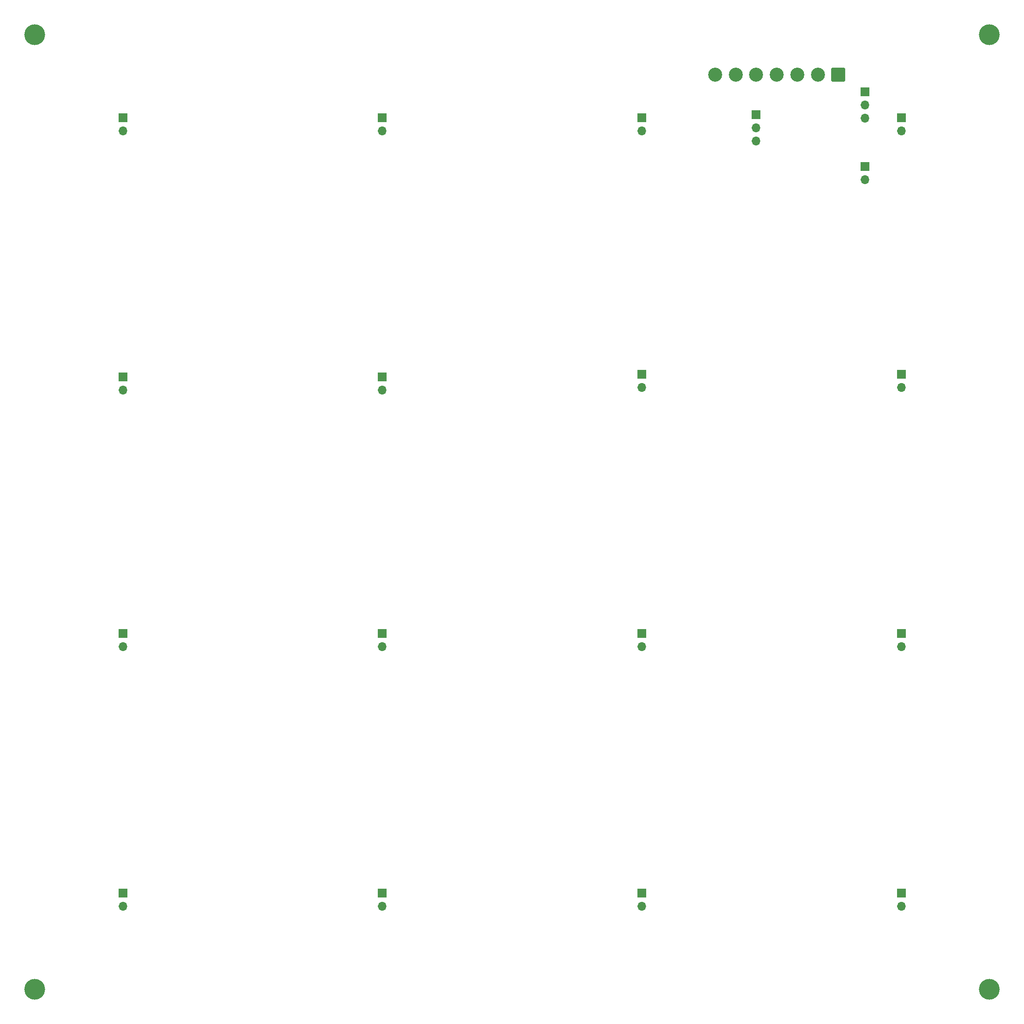
<source format=gbr>
%TF.GenerationSoftware,KiCad,Pcbnew,9.0.0*%
%TF.CreationDate,2025-03-24T09:11:06+01:00*%
%TF.ProjectId,PCB_Chessboard,5043425f-4368-4657-9373-626f6172642e,rev?*%
%TF.SameCoordinates,Original*%
%TF.FileFunction,Soldermask,Bot*%
%TF.FilePolarity,Negative*%
%FSLAX46Y46*%
G04 Gerber Fmt 4.6, Leading zero omitted, Abs format (unit mm)*
G04 Created by KiCad (PCBNEW 9.0.0) date 2025-03-24 09:11:06*
%MOMM*%
%LPD*%
G01*
G04 APERTURE LIST*
G04 Aperture macros list*
%AMRoundRect*
0 Rectangle with rounded corners*
0 $1 Rounding radius*
0 $2 $3 $4 $5 $6 $7 $8 $9 X,Y pos of 4 corners*
0 Add a 4 corners polygon primitive as box body*
4,1,4,$2,$3,$4,$5,$6,$7,$8,$9,$2,$3,0*
0 Add four circle primitives for the rounded corners*
1,1,$1+$1,$2,$3*
1,1,$1+$1,$4,$5*
1,1,$1+$1,$6,$7*
1,1,$1+$1,$8,$9*
0 Add four rect primitives between the rounded corners*
20,1,$1+$1,$2,$3,$4,$5,0*
20,1,$1+$1,$4,$5,$6,$7,0*
20,1,$1+$1,$6,$7,$8,$9,0*
20,1,$1+$1,$8,$9,$2,$3,0*%
G04 Aperture macros list end*
%ADD10C,4.000000*%
%ADD11R,1.700000X1.700000*%
%ADD12O,1.700000X1.700000*%
%ADD13RoundRect,0.250001X1.099999X1.099999X-1.099999X1.099999X-1.099999X-1.099999X1.099999X-1.099999X0*%
%ADD14C,2.700000*%
G04 APERTURE END LIST*
D10*
%TO.C,H4*%
X8000000Y-192000000D03*
%TD*%
%TO.C,H3*%
X192000000Y-192000000D03*
%TD*%
%TO.C,H2*%
X192000000Y-8000000D03*
%TD*%
%TO.C,H1*%
X8000000Y-8000000D03*
%TD*%
D11*
%TO.C,J17*%
X175000000Y-173460000D03*
D12*
X175000000Y-176000000D03*
%TD*%
D11*
%TO.C,J4*%
X125000000Y-24000000D03*
D12*
X125000000Y-26540000D03*
%TD*%
D11*
%TO.C,J18*%
X168000000Y-33460000D03*
D12*
X168000000Y-36000000D03*
%TD*%
D11*
%TO.C,J5*%
X175000000Y-24000000D03*
D12*
X175000000Y-26540000D03*
%TD*%
D11*
%TO.C,J2*%
X25000000Y-24000000D03*
D12*
X25000000Y-26540000D03*
%TD*%
D11*
%TO.C,J9*%
X175000000Y-73460000D03*
D12*
X175000000Y-76000000D03*
%TD*%
D11*
%TO.C,J7*%
X75000000Y-74000000D03*
D12*
X75000000Y-76540000D03*
%TD*%
D11*
%TO.C,J19*%
X168000000Y-19000000D03*
D12*
X168000000Y-21540000D03*
X168000000Y-24080000D03*
%TD*%
D11*
%TO.C,J11*%
X75000000Y-123460000D03*
D12*
X75000000Y-126000000D03*
%TD*%
D11*
%TO.C,J12*%
X125000000Y-123460000D03*
D12*
X125000000Y-126000000D03*
%TD*%
D11*
%TO.C,J10*%
X25000000Y-123460000D03*
D12*
X25000000Y-126000000D03*
%TD*%
D11*
%TO.C,J15*%
X75000000Y-173460000D03*
D12*
X75000000Y-176000000D03*
%TD*%
D13*
%TO.C,JQ1*%
X162880000Y-15775000D03*
D14*
X158920000Y-15775000D03*
X154960000Y-15775000D03*
X151000000Y-15775000D03*
X147040000Y-15775000D03*
X143080000Y-15775000D03*
X139120000Y-15775000D03*
%TD*%
D11*
%TO.C,J20*%
X147000000Y-23475000D03*
D12*
X147000000Y-26015000D03*
X147000000Y-28555000D03*
%TD*%
D11*
%TO.C,J16*%
X125000000Y-173460000D03*
D12*
X125000000Y-176000000D03*
%TD*%
D11*
%TO.C,J8*%
X125000000Y-73460000D03*
D12*
X125000000Y-76000000D03*
%TD*%
D11*
%TO.C,J3*%
X75000000Y-24000000D03*
D12*
X75000000Y-26540000D03*
%TD*%
D11*
%TO.C,J6*%
X25000000Y-74000000D03*
D12*
X25000000Y-76540000D03*
%TD*%
D11*
%TO.C,J13*%
X175000000Y-123460000D03*
D12*
X175000000Y-126000000D03*
%TD*%
D11*
%TO.C,J14*%
X25000000Y-173460000D03*
D12*
X25000000Y-176000000D03*
%TD*%
M02*

</source>
